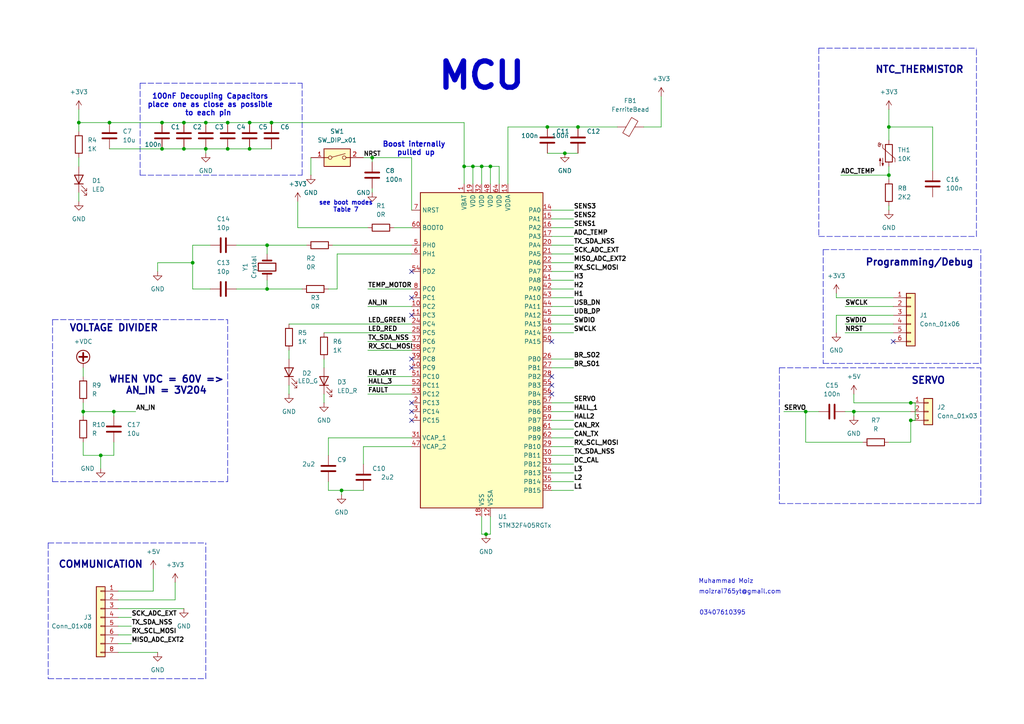
<source format=kicad_sch>
(kicad_sch (version 20231120) (generator "eeschema") (generator_version "8.0")
  (paper "A4")
  (title_block (title "MCU") (date "2025-02-03") (rev "rev01_1") (company "coVenture"))
  (lib_symbols
    (symbol "Connector_Generic:Conn_01x03" (pin_names (offset 1.016) hide)
      (property "Reference" "J" (at 0 5.08 0))
      (property "Value" "Conn_01x03" (at 0 -5.08 0))
      (symbol "Conn_01x03_1_1"
        (rectangle (start -1.27 -2.413) (end 0 -2.667) (stroke (width 0.1524)))
        (rectangle (start -1.27 0.127) (end 0 -0.127) (stroke (width 0.1524)))
        (rectangle (start -1.27 2.667) (end 0 2.413) (stroke (width 0.1524)))
        (rectangle (start -1.27 3.81) (end 1.27 -3.81) (stroke (width 0.254)) (fill (type background)))
        (pin passive line (at -5.08 2.54 0) (length 3.81) (name "Pin_1") (number "1"))
        (pin passive line (at -5.08 0 0) (length 3.81) (name "Pin_2") (number "2"))
        (pin passive line (at -5.08 -2.54 0) (length 3.81) (name "Pin_3") (number "3"))
      )
    )
    (symbol "Connector_Generic:Conn_01x06" (pin_names (offset 1.016) hide)
      (property "Reference" "J" (at 0 7.62 0))
      (property "Value" "Conn_01x06" (at 0 -10.16 0))
      (symbol "Conn_01x06_1_1"
        (rectangle (start -1.27 -7.493) (end 0 -7.747) (stroke (width 0.1524)))
        (rectangle (start -1.27 -4.953) (end 0 -5.207) (stroke (width 0.1524)))
        (rectangle (start -1.27 -2.413) (end 0 -2.667) (stroke (width 0.1524)))
        (rectangle (start -1.27 0.127) (end 0 -0.127) (stroke (width 0.1524)))
        (rectangle (start -1.27 2.667) (end 0 2.413) (stroke (width 0.1524)))
        (rectangle (start -1.27 5.207) (end 0 4.953) (stroke (width 0.1524)))
        (rectangle (start -1.27 6.35) (end 1.27 -8.89) (stroke (width 0.254)) (fill (type background)))
        (pin passive line (at -5.08 5.08 0) (length 3.81) (name "Pin_1") (number "1"))
        (pin passive line (at -5.08 2.54 0) (length 3.81) (name "Pin_2") (number "2"))
        (pin passive line (at -5.08 0 0) (length 3.81) (name "Pin_3") (number "3"))
        (pin passive line (at -5.08 -2.54 0) (length 3.81) (name "Pin_4") (number "4"))
        (pin passive line (at -5.08 -5.08 0) (length 3.81) (name "Pin_5") (number "5"))
        (pin passive line (at -5.08 -7.62 0) (length 3.81) (name "Pin_6") (number "6"))
      )
    )
    (symbol "Connector_Generic:Conn_01x08" (pin_names (offset 1.016) hide)
      (property "Reference" "J" (at 0 10.16 0))
      (property "Value" "Conn_01x08" (at 0 -12.7 0))
      (symbol "Conn_01x08_1_1"
        (rectangle (start -1.27 -10.033) (end 0 -10.287) (stroke (width 0.1524)))
        (rectangle (start -1.27 -7.493) (end 0 -7.747) (stroke (width 0.1524)))
        (rectangle (start -1.27 -4.953) (end 0 -5.207) (stroke (width 0.1524)))
        (rectangle (start -1.27 -2.413) (end 0 -2.667) (stroke (width 0.1524)))
        (rectangle (start -1.27 0.127) (end 0 -0.127) (stroke (width 0.1524)))
        (rectangle (start -1.27 2.667) (end 0 2.413) (stroke (width 0.1524)))
        (rectangle (start -1.27 5.207) (end 0 4.953) (stroke (width 0.1524)))
        (rectangle (start -1.27 7.747) (end 0 7.493) (stroke (width 0.1524)))
        (rectangle (start -1.27 8.89) (end 1.27 -11.43) (stroke (width 0.254)) (fill (type background)))
        (pin passive line (at -5.08 7.62 0) (length 3.81) (name "Pin_1") (number "1"))
        (pin passive line (at -5.08 5.08 0) (length 3.81) (name "Pin_2") (number "2"))
        (pin passive line (at -5.08 2.54 0) (length 3.81) (name "Pin_3") (number "3"))
        (pin passive line (at -5.08 0 0) (length 3.81) (name "Pin_4") (number "4"))
        (pin passive line (at -5.08 -2.54 0) (length 3.81) (name "Pin_5") (number "5"))
        (pin passive line (at -5.08 -5.08 0) (length 3.81) (name "Pin_6") (number "6"))
        (pin passive line (at -5.08 -7.62 0) (length 3.81) (name "Pin_7") (number "7"))
        (pin passive line (at -5.08 -10.16 0) (length 3.81) (name "Pin_8") (number "8"))
      )
    )
    (symbol "Device:C" (pin_numbers hide) (pin_names (offset 0.254))
      (property "Reference" "C" (at 0.635 2.54 0))
      (property "Value" "C" (at 0.635 -2.54 0))
      (symbol "C_0_1"
        (polyline (pts (xy -2.032 -0.762) (xy 2.032 -0.762)) (stroke (width 0.508)))
        (polyline (pts (xy -2.032 0.762) (xy 2.032 0.762)) (stroke (width 0.508)))
      )
      (symbol "C_1_1"
        (pin passive line (at 0 3.81 270) (length 2.794) (name "~") (number "1"))
        (pin passive line (at 0 -3.81 90) (length 2.794) (name "~") (number "2"))
      )
    )
    (symbol "Device:Crystal" (pin_numbers hide) (pin_names (offset 1.016) hide)
      (property "Reference" "Y" (at 0 3.81 0))
      (property "Value" "Crystal" (at 0 -3.81 0))
      (symbol "Crystal_0_1"
        (rectangle (start -1.143 2.54) (end 1.143 -2.54) (stroke (width 0.3048)))
        (polyline (pts (xy -2.54 0) (xy -1.905 0)))
        (polyline (pts (xy -1.905 -1.27) (xy -1.905 1.27)) (stroke (width 0.508)))
        (polyline (pts (xy 1.905 -1.27) (xy 1.905 1.27)) (stroke (width 0.508)))
        (polyline (pts (xy 2.54 0) (xy 1.905 0)))
      )
      (symbol "Crystal_1_1"
        (pin passive line (at -3.81 0 0) (length 1.27) (name "1") (number "1"))
        (pin passive line (at 3.81 0 180) (length 1.27) (name "2") (number "2"))
      )
    )
    (symbol "Device:FerriteBead" (pin_numbers hide) (pin_names (offset 0))
      (property "Reference" "FB" (at -3.81 0.635 90))
      (property "Value" "FerriteBead" (at 3.81 0 90))
      (symbol "FerriteBead_0_1"
        (polyline (pts (xy 0 -1.27) (xy 0 -1.2192)))
        (polyline (pts (xy 0 1.27) (xy 0 1.2954)))
        (polyline (pts (xy -2.7686 0.4064) (xy -1.7018 2.2606) (xy 2.7686 -0.3048) (xy 1.6764 -2.159) (xy -2.7686 0.4064)))
      )
      (symbol "FerriteBead_1_1"
        (pin passive line (at 0 3.81 270) (length 2.54) (name "~") (number "1"))
        (pin passive line (at 0 -3.81 90) (length 2.54) (name "~") (number "2"))
      )
    )
    (symbol "Device:LED" (pin_numbers hide) (pin_names (offset 1.016) hide)
      (property "Reference" "D" (at 0 2.54 0))
      (property "Value" "LED" (at 0 -2.54 0))
      (symbol "LED_0_1"
        (polyline (pts (xy -1.27 -1.27) (xy -1.27 1.27)) (stroke (width 0.254)))
        (polyline (pts (xy -1.27 0) (xy 1.27 0)))
        (polyline (pts (xy 1.27 -1.27) (xy 1.27 1.27) (xy -1.27 0) (xy 1.27 -1.27)) (stroke (width 0.254)))
        (polyline (pts (xy -3.048 -0.762) (xy -4.572 -2.286) (xy -3.81 -2.286) (xy -4.572 -2.286) (xy -4.572 -1.524)))
        (polyline (pts (xy -1.778 -0.762) (xy -3.302 -2.286) (xy -2.54 -2.286) (xy -3.302 -2.286) (xy -3.302 -1.524)))
      )
      (symbol "LED_1_1"
        (pin passive line (at -3.81 0 0) (length 2.54) (name "K") (number "1"))
        (pin passive line (at 3.81 0 180) (length 2.54) (name "A") (number "2"))
      )
    )
    (symbol "Device:R" (pin_numbers hide) (pin_names (offset 0))
      (property "Reference" "R" (at 2.032 0 90))
      (property "Value" "R" (at 0 0 90))
      (symbol "R_0_1"
        (rectangle (start -1.016 -2.54) (end 1.016 2.54) (stroke (width 0.254)))
      )
      (symbol "R_1_1"
        (pin passive line (at 0 3.81 270) (length 1.27) (name "~") (number "1"))
        (pin passive line (at 0 -3.81 90) (length 1.27) (name "~") (number "2"))
      )
    )
    (symbol "Device:Thermistor_NTC" (pin_numbers hide) (pin_names (offset 0))
      (property "Reference" "TH" (at -4.445 0 90))
      (property "Value" "Thermistor_NTC" (at 3.175 0 90))
      (symbol "Thermistor_NTC_0_1"
        (arc (start -3.048 2.159) (mid -3.0495 2.3143) (end -3.175 2.413))
        (arc (start -3.048 2.159) (mid -2.9736 1.9794) (end -2.794 1.905))
        (arc (start -3.048 2.794) (mid -2.9736 2.6144) (end -2.794 2.54))
        (arc (start -2.794 1.905) (mid -2.6144 1.9794) (end -2.54 2.159))
        (arc (start -2.794 2.54) (mid -2.4393 2.5587) (end -2.159 2.794))
        (arc (start -2.794 3.048) (mid -2.9736 2.9736) (end -3.048 2.794))
        (arc (start -2.54 2.794) (mid -2.6144 2.9736) (end -2.794 3.048))
        (rectangle (start -1.016 2.54) (end 1.016 -2.54) (stroke (width 0.254)))
        (polyline (pts (xy -2.54 2.159) (xy -2.54 2.794)))
        (polyline (pts (xy -1.778 2.54) (xy -1.778 1.524) (xy 1.778 -1.524) (xy 1.778 -2.54)))
        (polyline (pts (xy -2.54 -3.683) (xy -2.54 -1.397) (xy -2.794 -2.159) (xy -2.286 -2.159) (xy -2.54 -1.397) (xy -2.54 -1.651)) (fill (type outline)))
        (polyline (pts (xy -1.778 -1.397) (xy -1.778 -3.683) (xy -2.032 -2.921) (xy -1.524 -2.921) (xy -1.778 -3.683) (xy -1.778 -3.429)) (fill (type outline)))
      )
      (symbol "Thermistor_NTC_1_1"
        (pin passive line (at 0 3.81 270) (length 1.27) (name "~") (number "1"))
        (pin passive line (at 0 -3.81 90) (length 1.27) (name "~") (number "2"))
      )
    )
    (symbol "MCU_ST_STM32F4:STM32F405RGTx"
      (property "Reference" "U" (at -17.78 46.99 0))
      (property "Value" "STM32F405RGTx" (at 10.16 46.99 0))
      (symbol "STM32F405RGTx_0_1"
        (rectangle (start -17.78 -45.72) (end 17.78 45.72) (stroke (width 0.254)) (fill (type background)))
      )
      (symbol "STM32F405RGTx_1_1"
        (pin power_in line (at -5.08 48.26 270) (length 2.54) (name "VBAT") (number "1"))
        (pin bidirectional line (at -20.32 12.7 0) (length 2.54) (name "PC2") (number "10"))
        (pin bidirectional line (at -20.32 10.16 0) (length 2.54) (name "PC3") (number "11"))
        (pin power_in line (at 2.54 -48.26 90) (length 2.54) (name "VSSA") (number "12"))
        (pin power_in line (at 7.62 48.26 270) (length 2.54) (name "VDDA") (number "13"))
        (pin bidirectional line (at 20.32 40.64 180) (length 2.54) (name "PA0") (number "14"))
        (pin bidirectional line (at 20.32 38.1 180) (length 2.54) (name "PA1") (number "15"))
        (pin bidirectional line (at 20.32 35.56 180) (length 2.54) (name "PA2") (number "16"))
        (pin bidirectional line (at 20.32 33.02 180) (length 2.54) (name "PA3") (number "17"))
        (pin power_in line (at 0 -48.26 90) (length 2.54) (name "VSS") (number "18"))
        (pin power_in line (at -2.54 48.26 270) (length 2.54) (name "VDD") (number "19"))
        (pin bidirectional line (at -20.32 -15.24 0) (length 2.54) (name "PC13") (number "2"))
        (pin bidirectional line (at 20.32 30.48 180) (length 2.54) (name "PA4") (number "20"))
        (pin bidirectional line (at 20.32 27.94 180) (length 2.54) (name "PA5") (number "21"))
        (pin bidirectional line (at 20.32 25.4 180) (length 2.54) (name "PA6") (number "22"))
        (pin bidirectional line (at 20.32 22.86 180) (length 2.54) (name "PA7") (number "23"))
        (pin bidirectional line (at -20.32 7.62 0) (length 2.54) (name "PC4") (number "24"))
        (pin bidirectional line (at -20.32 5.08 0) (length 2.54) (name "PC5") (number "25"))
        (pin bidirectional line (at 20.32 -2.54 180) (length 2.54) (name "PB0") (number "26"))
        (pin bidirectional line (at 20.32 -5.08 180) (length 2.54) (name "PB1") (number "27"))
        (pin bidirectional line (at 20.32 -7.62 180) (length 2.54) (name "PB2") (number "28"))
        (pin bidirectional line (at 20.32 -27.94 180) (length 2.54) (name "PB10") (number "29"))
        (pin bidirectional line (at -20.32 -17.78 0) (length 2.54) (name "PC14") (number "3"))
        (pin bidirectional line (at 20.32 -30.48 180) (length 2.54) (name "PB11") (number "30"))
        (pin power_out line (at -20.32 -25.4 0) (length 2.54) (name "VCAP_1") (number "31"))
        (pin power_in line (at 0 48.26 270) (length 2.54) (name "VDD") (number "32"))
        (pin bidirectional line (at 20.32 -33.02 180) (length 2.54) (name "PB12") (number "33"))
        (pin bidirectional line (at 20.32 -35.56 180) (length 2.54) (name "PB13") (number "34"))
        (pin bidirectional line (at 20.32 -38.1 180) (length 2.54) (name "PB14") (number "35"))
        (pin bidirectional line (at 20.32 -40.64 180) (length 2.54) (name "PB15") (number "36"))
        (pin bidirectional line (at -20.32 2.54 0) (length 2.54) (name "PC6") (number "37"))
        (pin bidirectional line (at -20.32 0 0) (length 2.54) (name "PC7") (number "38"))
        (pin bidirectional line (at -20.32 -2.54 0) (length 2.54) (name "PC8") (number "39"))
        (pin bidirectional line (at -20.32 -20.32 0) (length 2.54) (name "PC15") (number "4"))
        (pin bidirectional line (at -20.32 -5.08 0) (length 2.54) (name "PC9") (number "40"))
        (pin bidirectional line (at 20.32 20.32 180) (length 2.54) (name "PA8") (number "41"))
        (pin bidirectional line (at 20.32 17.78 180) (length 2.54) (name "PA9") (number "42"))
        (pin bidirectional line (at 20.32 15.24 180) (length 2.54) (name "PA10") (number "43"))
        (pin bidirectional line (at 20.32 12.7 180) (length 2.54) (name "PA11") (number "44"))
        (pin bidirectional line (at 20.32 10.16 180) (length 2.54) (name "PA12") (number "45"))
        (pin bidirectional line (at 20.32 7.62 180) (length 2.54) (name "PA13") (number "46"))
        (pin power_out line (at -20.32 -27.94 0) (length 2.54) (name "VCAP_2") (number "47"))
        (pin power_in line (at 2.54 48.26 270) (length 2.54) (name "VDD") (number "48"))
        (pin bidirectional line (at 20.32 5.08 180) (length 2.54) (name "PA14") (number "49"))
        (pin bidirectional line (at -20.32 30.48 0) (length 2.54) (name "PH0") (number "5"))
        (pin bidirectional line (at 20.32 2.54 180) (length 2.54) (name "PA15") (number "50"))
        (pin bidirectional line (at -20.32 -7.62 0) (length 2.54) (name "PC10") (number "51"))
        (pin bidirectional line (at -20.32 -10.16 0) (length 2.54) (name "PC11") (number "52"))
        (pin bidirectional line (at -20.32 -12.7 0) (length 2.54) (name "PC12") (number "53"))
        (pin bidirectional line (at -20.32 22.86 0) (length 2.54) (name "PD2") (number "54"))
        (pin bidirectional line (at 20.32 -10.16 180) (length 2.54) (name "PB3") (number "55"))
        (pin bidirectional line (at 20.32 -12.7 180) (length 2.54) (name "PB4") (number "56"))
        (pin bidirectional line (at 20.32 -15.24 180) (length 2.54) (name "PB5") (number "57"))
        (pin bidirectional line (at 20.32 -17.78 180) (length 2.54) (name "PB6") (number "58"))
        (pin bidirectional line (at 20.32 -20.32 180) (length 2.54) (name "PB7") (number "59"))
        (pin bidirectional line (at -20.32 27.94 0) (length 2.54) (name "PH1") (number "6"))
        (pin input line (at -20.32 35.56 0) (length 2.54) (name "BOOT0") (number "60"))
        (pin bidirectional line (at 20.32 -22.86 180) (length 2.54) (name "PB8") (number "61"))
        (pin bidirectional line (at 20.32 -25.4 180) (length 2.54) (name "PB9") (number "62"))
        (pin passive line (at 0 -48.26 90) (length 2.54) hide (name "VSS") (number "63"))
        (pin power_in line (at 5.08 48.26 270) (length 2.54) (name "VDD") (number "64"))
        (pin input line (at -20.32 40.64 0) (length 2.54) (name "NRST") (number "7"))
        (pin bidirectional line (at -20.32 17.78 0) (length 2.54) (name "PC0") (number "8"))
        (pin bidirectional line (at -20.32 15.24 0) (length 2.54) (name "PC1") (number "9"))
      )
    )
    (symbol "Switch:SW_DIP_x01" (pin_names (offset 0) hide)
      (property "Reference" "SW" (at 0 3.81 0))
      (property "Value" "SW_DIP_x01" (at 0 -3.81 0))
      (symbol "SW_DIP_x01_0_0"
        (circle (center -2.032 0) (radius 0.508))
        (polyline (pts (xy -1.524 0.127) (xy 2.3622 1.1684)))
        (circle (center 2.032 0) (radius 0.508))
      )
      (symbol "SW_DIP_x01_0_1"
        (rectangle (start -3.81 2.54) (end 3.81 -2.54) (stroke (width 0.254)) (fill (type background)))
      )
      (symbol "SW_DIP_x01_1_1"
        (pin passive line (at -7.62 0 0) (length 5.08) (name "~") (number "1"))
        (pin passive line (at 7.62 0 180) (length 5.08) (name "~") (number "2"))
      )
    )
    (symbol "power:+3V3" (power) (pin_numbers hide) (pin_names (offset 0) hide)
      (property "Value" "+3V3" (at 0 3.556 0))
      (symbol "+3V3_0_1"
        (polyline (pts (xy -0.762 1.27) (xy 0 2.54)))
        (polyline (pts (xy 0 0) (xy 0 2.54)))
        (polyline (pts (xy 0 2.54) (xy 0.762 1.27)))
      )
      (symbol "+3V3_1_1"
        (pin power_in line (at 0 0 90) (length 0) (name "~") (number "1"))
      )
    )
    (symbol "power:+5V" (power) (pin_numbers hide) (pin_names (offset 0) hide)
      (property "Value" "+5V" (at 0 3.556 0))
      (symbol "+5V_0_1"
        (polyline (pts (xy -0.762 1.27) (xy 0 2.54)))
        (polyline (pts (xy 0 0) (xy 0 2.54)))
        (polyline (pts (xy 0 2.54) (xy 0.762 1.27)))
      )
      (symbol "+5V_1_1"
        (pin power_in line (at 0 0 90) (length 0) (name "~") (number "1"))
      )
    )
    (symbol "power:+VDC" (power) (pin_numbers hide) (pin_names (offset 0) hide)
      (property "Value" "+VDC" (at 0 6.35 0))
      (symbol "+VDC_0_1"
        (polyline (pts (xy -1.143 3.175) (xy 1.143 3.175)) (stroke (width 0.508)))
        (polyline (pts (xy 0 0) (xy 0 1.27)))
        (polyline (pts (xy 0 2.032) (xy 0 4.318)) (stroke (width 0.508)))
        (circle (center 0 3.175) (radius 1.905) (stroke (width 0.254)))
      )
      (symbol "+VDC_1_1"
        (pin power_in line (at 0 0 90) (length 0) (name "~") (number "1"))
      )
    )
    (symbol "power:GND" (power) (pin_numbers hide) (pin_names (offset 0) hide)
      (property "Value" "GND" (at 0 -3.81 0))
      (symbol "GND_0_1"
        (polyline (pts (xy 0 0) (xy 0 -1.27) (xy 1.27 -1.27) (xy 0 -2.54) (xy -1.27 -1.27) (xy 0 -1.27)))
      )
      (symbol "GND_1_1"
        (pin power_in line (at 0 0 270) (length 0) (name "~") (number "1"))
      )
    )
  )
  (junction (at 264.16 121.92))
  (junction (at 59.69 43.18))
  (junction (at 264.16 116.84))
  (junction (at 167.64 36.83))
  (junction (at 140.97 154.94))
  (junction (at 107.95 45.72))
  (junction (at 257.81 50.8))
  (junction (at 22.86 35.56))
  (junction (at 46.99 35.56))
  (junction (at 72.39 35.56))
  (junction (at 257.81 36.83))
  (junction (at 77.47 71.12))
  (junction (at 99.06 142.24))
  (junction (at 77.47 83.82))
  (junction (at 66.04 35.56))
  (junction (at 66.04 43.18))
  (junction (at 24.13 119.38))
  (junction (at 134.62 48.26))
  (junction (at 31.75 35.56))
  (junction (at 53.34 43.18))
  (junction (at 33.02 119.38))
  (junction (at 142.24 48.26))
  (junction (at 29.21 132.08))
  (junction (at 137.16 48.26))
  (junction (at 72.39 43.18))
  (junction (at 46.99 43.18))
  (junction (at 53.34 35.56))
  (junction (at 59.69 35.56))
  (junction (at 233.68 119.38))
  (junction (at 163.83 44.45))
  (junction (at 247.65 119.38))
  (junction (at 78.74 35.56))
  (junction (at 139.7 48.26))
  (junction (at 158.75 36.83))
  (junction (at 55.88 76.2))
  (no_connect (at 119.38 86.36))
  (no_connect (at 119.38 106.68))
  (no_connect (at 119.38 91.44))
  (no_connect (at 119.38 78.74))
  (no_connect (at 160.02 114.3))
  (no_connect (at 119.38 116.84))
  (no_connect (at 259.08 99.06))
  (no_connect (at 119.38 121.92))
  (no_connect (at 119.38 104.14))
  (no_connect (at 160.02 111.76))
  (no_connect (at 160.02 109.22))
  (no_connect (at 160.02 99.06))
  (no_connect (at 119.38 119.38))
  (wire (pts (xy 137.16 53.34) (xy 137.16 48.26)))
  (wire (pts (xy 233.68 119.38) (xy 237.49 119.38)))
  (wire (pts (xy 60.96 71.12) (xy 55.88 71.12)))
  (wire (pts (xy 77.47 81.28) (xy 77.47 83.82)))
  (wire (pts (xy 22.86 35.56) (xy 22.86 38.1)))
  (wire (pts (xy 50.8 168.91) (xy 50.8 173.99)))
  (wire (pts (xy 160.02 132.08) (xy 166.37 132.08)))
  (wire (pts (xy 179.07 36.83) (xy 167.64 36.83)))
  (wire (pts (xy 86.36 58.42) (xy 86.36 66.04)))
  (wire (pts (xy 242.57 91.44) (xy 259.08 91.44)))
  (polyline (pts (xy 226.06 106.68) (xy 284.48 106.68)) (stroke (width 0) (type dash)))
  (wire (pts (xy 114.3 66.04) (xy 119.38 66.04)))
  (wire (pts (xy 160.02 106.68) (xy 166.37 106.68)))
  (polyline (pts (xy 40.64 24.13) (xy 40.64 50.8)) (stroke (width 0) (type dash)))
  (wire (pts (xy 139.7 48.26) (xy 139.7 53.34)))
  (wire (pts (xy 139.7 48.26) (xy 142.24 48.26)))
  (wire (pts (xy 247.65 114.3) (xy 247.65 116.84)))
  (wire (pts (xy 59.69 35.56) (xy 66.04 35.56)))
  (wire (pts (xy 95.25 127) (xy 95.25 132.08)))
  (wire (pts (xy 24.13 128.27) (xy 24.13 132.08)))
  (wire (pts (xy 160.02 137.16) (xy 166.37 137.16)))
  (wire (pts (xy 97.79 83.82) (xy 97.79 73.66)))
  (wire (pts (xy 90.17 50.8) (xy 90.17 45.72)))
  (polyline (pts (xy 13.97 157.48) (xy 59.69 157.48)) (stroke (width 0) (type dash)))
  (wire (pts (xy 134.62 35.56) (xy 134.62 48.26)))
  (polyline (pts (xy 40.64 24.13) (xy 87.63 24.13)) (stroke (width 0) (type dash)))
  (wire (pts (xy 105.41 129.54) (xy 105.41 134.62)))
  (wire (pts (xy 242.57 96.52) (xy 242.57 91.44)))
  (wire (pts (xy 160.02 121.92) (xy 166.37 121.92)))
  (wire (pts (xy 119.38 45.72) (xy 119.38 60.96)))
  (wire (pts (xy 95.25 139.7) (xy 95.25 142.24)))
  (wire (pts (xy 160.02 119.38) (xy 166.37 119.38)))
  (wire (pts (xy 160.02 104.14) (xy 166.37 104.14)))
  (wire (pts (xy 77.47 83.82) (xy 87.63 83.82)))
  (wire (pts (xy 160.02 139.7) (xy 166.37 139.7)))
  (wire (pts (xy 34.29 179.07) (xy 38.1 179.07)))
  (wire (pts (xy 160.02 127) (xy 166.37 127)))
  (wire (pts (xy 83.82 111.76) (xy 83.82 114.3)))
  (wire (pts (xy 22.86 45.72) (xy 22.86 48.26)))
  (wire (pts (xy 160.02 63.5) (xy 166.37 63.5)))
  (wire (pts (xy 119.38 129.54) (xy 105.41 129.54)))
  (wire (pts (xy 160.02 88.9) (xy 166.37 88.9)))
  (wire (pts (xy 55.88 71.12) (xy 55.88 76.2)))
  (polyline (pts (xy 13.97 157.48) (xy 13.97 196.85)) (stroke (width 0) (type dash)))
  (wire (pts (xy 227.33 119.38) (xy 233.68 119.38)))
  (wire (pts (xy 59.69 43.18) (xy 59.69 44.45)))
  (wire (pts (xy 93.98 104.14) (xy 93.98 106.68)))
  (wire (pts (xy 34.29 171.45) (xy 44.45 171.45)))
  (wire (pts (xy 93.98 114.3) (xy 93.98 116.84)))
  (wire (pts (xy 106.68 99.06) (xy 119.38 99.06)))
  (wire (pts (xy 247.65 116.84) (xy 264.16 116.84)))
  (wire (pts (xy 137.16 48.26) (xy 139.7 48.26)))
  (wire (pts (xy 142.24 48.26) (xy 142.24 53.34)))
  (wire (pts (xy 95.25 83.82) (xy 97.79 83.82)))
  (wire (pts (xy 93.98 96.52) (xy 119.38 96.52)))
  (wire (pts (xy 99.06 142.24) (xy 105.41 142.24)))
  (wire (pts (xy 264.16 121.92) (xy 265.43 121.92)))
  (polyline (pts (xy 40.64 50.8) (xy 87.63 50.8)) (stroke (width 0) (type dash)))
  (wire (pts (xy 34.29 181.61) (xy 38.1 181.61)))
  (wire (pts (xy 72.39 43.18) (xy 78.74 43.18)))
  (wire (pts (xy 29.21 132.08) (xy 29.21 135.89)))
  (wire (pts (xy 33.02 132.08) (xy 33.02 128.27)))
  (wire (pts (xy 147.32 36.83) (xy 158.75 36.83)))
  (wire (pts (xy 66.04 43.18) (xy 72.39 43.18)))
  (wire (pts (xy 270.51 49.53) (xy 270.51 36.83)))
  (wire (pts (xy 245.11 88.9) (xy 259.08 88.9)))
  (wire (pts (xy 77.47 83.82) (xy 68.58 83.82)))
  (wire (pts (xy 55.88 83.82) (xy 60.96 83.82)))
  (wire (pts (xy 250.19 128.27) (xy 233.68 128.27)))
  (polyline (pts (xy 15.24 92.71) (xy 66.04 92.71)) (stroke (width 0) (type dash)))
  (wire (pts (xy 163.83 44.45) (xy 167.64 44.45)))
  (wire (pts (xy 147.32 36.83) (xy 147.32 53.34)))
  (wire (pts (xy 242.57 85.09) (xy 242.57 86.36)))
  (wire (pts (xy 245.11 96.52) (xy 259.08 96.52)))
  (wire (pts (xy 257.81 40.64) (xy 257.81 36.83)))
  (wire (pts (xy 83.82 101.6) (xy 83.82 104.14)))
  (wire (pts (xy 134.62 53.34) (xy 134.62 48.26)))
  (wire (pts (xy 139.7 149.86) (xy 139.7 154.94)))
  (wire (pts (xy 257.81 128.27) (xy 264.16 128.27)))
  (wire (pts (xy 53.34 35.56) (xy 59.69 35.56)))
  (wire (pts (xy 45.72 78.74) (xy 45.72 76.2)))
  (wire (pts (xy 29.21 132.08) (xy 33.02 132.08)))
  (wire (pts (xy 96.52 71.12) (xy 119.38 71.12)))
  (wire (pts (xy 160.02 96.52) (xy 166.37 96.52)))
  (wire (pts (xy 53.34 43.18) (xy 59.69 43.18)))
  (wire (pts (xy 95.25 142.24) (xy 99.06 142.24)))
  (wire (pts (xy 107.95 46.99) (xy 107.95 45.72)))
  (wire (pts (xy 45.72 76.2) (xy 55.88 76.2)))
  (wire (pts (xy 160.02 81.28) (xy 166.37 81.28)))
  (wire (pts (xy 34.29 186.69) (xy 38.1 186.69)))
  (polyline (pts (xy 284.48 105.41) (xy 284.48 72.39)) (stroke (width 0) (type dash)))
  (polyline (pts (xy 237.49 13.97) (xy 237.49 68.58)) (stroke (width 0) (type dash)))
  (wire (pts (xy 95.25 127) (xy 119.38 127)))
  (wire (pts (xy 34.29 189.23) (xy 45.72 189.23)))
  (polyline (pts (xy 59.69 196.85) (xy 59.69 157.48)) (stroke (width 0) (type dash)))
  (wire (pts (xy 160.02 134.62) (xy 166.37 134.62)))
  (wire (pts (xy 160.02 93.98) (xy 166.37 93.98)))
  (wire (pts (xy 44.45 171.45) (xy 44.45 165.1)))
  (wire (pts (xy 72.39 35.56) (xy 78.74 35.56)))
  (wire (pts (xy 24.13 106.68) (xy 24.13 109.22)))
  (wire (pts (xy 106.68 114.3) (xy 119.38 114.3)))
  (wire (pts (xy 33.02 119.38) (xy 39.37 119.38)))
  (wire (pts (xy 106.68 101.6) (xy 119.38 101.6)))
  (wire (pts (xy 270.51 36.83) (xy 257.81 36.83)))
  (polyline (pts (xy 238.76 72.39) (xy 238.76 105.41)) (stroke (width 0) (type dash)))
  (wire (pts (xy 86.36 66.04) (xy 106.68 66.04)))
  (wire (pts (xy 34.29 184.15) (xy 38.1 184.15)))
  (wire (pts (xy 55.88 76.2) (xy 55.88 83.82)))
  (wire (pts (xy 144.78 48.26) (xy 144.78 53.34)))
  (wire (pts (xy 46.99 35.56) (xy 53.34 35.56)))
  (wire (pts (xy 160.02 86.36) (xy 166.37 86.36)))
  (polyline (pts (xy 237.49 68.58) (xy 283.21 68.58)) (stroke (width 0) (type dash)))
  (wire (pts (xy 31.75 43.18) (xy 46.99 43.18)))
  (wire (pts (xy 160.02 116.84) (xy 166.37 116.84)))
  (wire (pts (xy 83.82 93.98) (xy 119.38 93.98)))
  (wire (pts (xy 22.86 35.56) (xy 31.75 35.56)))
  (wire (pts (xy 142.24 48.26) (xy 144.78 48.26)))
  (wire (pts (xy 257.81 59.69) (xy 257.81 60.96)))
  (wire (pts (xy 160.02 73.66) (xy 166.37 73.66)))
  (wire (pts (xy 160.02 91.44) (xy 166.37 91.44)))
  (wire (pts (xy 46.99 43.18) (xy 53.34 43.18)))
  (wire (pts (xy 233.68 128.27) (xy 233.68 119.38)))
  (wire (pts (xy 160.02 60.96) (xy 166.37 60.96)))
  (wire (pts (xy 142.24 154.94) (xy 142.24 149.86)))
  (wire (pts (xy 33.02 120.65) (xy 33.02 119.38)))
  (wire (pts (xy 160.02 68.58) (xy 166.37 68.58)))
  (polyline (pts (xy 66.04 139.7) (xy 66.04 92.71)) (stroke (width 0) (type dash)))
  (wire (pts (xy 105.41 45.72) (xy 107.95 45.72)))
  (wire (pts (xy 50.8 173.99) (xy 34.29 173.99)))
  (wire (pts (xy 247.65 119.38) (xy 264.16 119.38)))
  (wire (pts (xy 33.02 119.38) (xy 24.13 119.38)))
  (wire (pts (xy 160.02 78.74) (xy 166.37 78.74)))
  (wire (pts (xy 24.13 116.84) (xy 24.13 119.38)))
  (wire (pts (xy 160.02 66.04) (xy 166.37 66.04)))
  (wire (pts (xy 264.16 121.92) (xy 264.16 128.27)))
  (polyline (pts (xy 226.06 146.05) (xy 284.48 146.05)) (stroke (width 0) (type dash)))
  (wire (pts (xy 22.86 55.88) (xy 22.86 58.42)))
  (wire (pts (xy 247.65 120.65) (xy 247.65 119.38)))
  (polyline (pts (xy 226.06 106.68) (xy 226.06 146.05)) (stroke (width 0) (type dash)))
  (polyline (pts (xy 283.21 68.58) (xy 283.21 13.97)) (stroke (width 0) (type dash)))
  (wire (pts (xy 22.86 31.75) (xy 22.86 35.56)))
  (polyline (pts (xy 87.63 50.8) (xy 87.63 24.13)) (stroke (width 0) (type dash)))
  (polyline (pts (xy 237.49 13.97) (xy 283.21 13.97)) (stroke (width 0) (type dash)))
  (wire (pts (xy 59.69 43.18) (xy 66.04 43.18)))
  (wire (pts (xy 160.02 76.2) (xy 166.37 76.2)))
  (wire (pts (xy 106.68 109.22) (xy 119.38 109.22)))
  (wire (pts (xy 34.29 176.53) (xy 53.34 176.53)))
  (wire (pts (xy 245.11 93.98) (xy 259.08 93.98)))
  (wire (pts (xy 24.13 119.38) (xy 24.13 120.65)))
  (wire (pts (xy 106.68 111.76) (xy 119.38 111.76)))
  (wire (pts (xy 242.57 86.36) (xy 259.08 86.36)))
  (wire (pts (xy 107.95 55.88) (xy 107.95 54.61)))
  (wire (pts (xy 264.16 116.84) (xy 265.43 116.84)))
  (wire (pts (xy 106.68 88.9) (xy 119.38 88.9)))
  (wire (pts (xy 265.43 121.92) (xy 265.43 116.84)))
  (wire (pts (xy 243.84 50.8) (xy 257.81 50.8)))
  (wire (pts (xy 160.02 71.12) (xy 166.37 71.12)))
  (wire (pts (xy 106.68 83.82) (xy 119.38 83.82)))
  (wire (pts (xy 245.11 119.38) (xy 247.65 119.38)))
  (wire (pts (xy 191.77 36.83) (xy 186.69 36.83)))
  (polyline (pts (xy 238.76 72.39) (xy 284.48 72.39)) (stroke (width 0) (type dash)))
  (wire (pts (xy 97.79 73.66) (xy 119.38 73.66)))
  (wire (pts (xy 158.75 36.83) (xy 167.64 36.83)))
  (polyline (pts (xy 15.24 92.71) (xy 15.24 139.7)) (stroke (width 0) (type dash)))
  (wire (pts (xy 257.81 36.83) (xy 257.81 31.75)))
  (wire (pts (xy 257.81 48.26) (xy 257.81 50.8)))
  (wire (pts (xy 77.47 73.66) (xy 77.47 71.12)))
  (wire (pts (xy 77.47 71.12) (xy 68.58 71.12)))
  (wire (pts (xy 140.97 154.94) (xy 142.24 154.94)))
  (polyline (pts (xy 13.97 196.85) (xy 59.69 196.85)) (stroke (width 0) (type dash)))
  (wire (pts (xy 107.95 45.72) (xy 119.38 45.72)))
  (wire (pts (xy 31.75 35.56) (xy 46.99 35.56)))
  (wire (pts (xy 77.47 71.12) (xy 88.9 71.12)))
  (wire (pts (xy 160.02 142.24) (xy 166.37 142.24)))
  (wire (pts (xy 158.75 44.45) (xy 163.83 44.45)))
  (wire (pts (xy 191.77 27.94) (xy 191.77 36.83)))
  (wire (pts (xy 66.04 35.56) (xy 72.39 35.56)))
  (wire (pts (xy 78.74 35.56) (xy 134.62 35.56)))
  (wire (pts (xy 160.02 83.82) (xy 166.37 83.82)))
  (wire (pts (xy 257.81 50.8) (xy 257.81 52.07)))
  (polyline (pts (xy 284.48 146.05) (xy 284.48 106.68)) (stroke (width 0) (type dash)))
  (wire (pts (xy 160.02 124.46) (xy 166.37 124.46)))
  (wire (pts (xy 24.13 132.08) (xy 29.21 132.08)))
  (wire (pts (xy 160.02 129.54) (xy 166.37 129.54)))
  (polyline (pts (xy 15.24 139.7) (xy 66.04 139.7)) (stroke (width 0) (type dash)))
  (wire (pts (xy 139.7 154.94) (xy 140.97 154.94)))
  (polyline (pts (xy 238.76 105.41) (xy 284.48 105.41)) (stroke (width 0) (type dash)))
  (wire (pts (xy 99.06 142.24) (xy 99.06 143.51)))
  (wire (pts (xy 134.62 48.26) (xy 137.16 48.26)))
  (text "Muhammad Moiz\n" (at 210.566 168.656 0) (effects (font (size 1.27 1.27))))
  (text "NTC_THERMISTOR\n" (at 266.7 20.32 0) (effects (font (size 2 2) (thickness 0.4) (bold yes))))
  (text "COMMUNICATION\n" (at 29.21 163.83 0) (effects (font (size 2 2) (thickness 0.4) (bold yes))))
  (text "100nF Decoupling Capacitors\nplace one as close as possible\nto each pin " (at 60.96 30.48 0) (effects (font (size 1.5 1.5) (thickness 0.3) (bold yes))))
  (text "see boot modes\nTable 7\n\n" (at 100.33 60.96 0) (effects (font (size 1.27 1.27) (thickness 0.254) (bold yes))))
  (text "MCU" (at 139.7 22.098 0) (effects (font (size 7.62 7.62) (thickness 1.524) (bold yes))))
  (text "03407610395\n" (at 209.55 177.8 0) (effects (font (size 1.27 1.27))))
  (text "WHEN VDC = 60V =>\nAN_IN = 3V204" (at 48.26 111.76 0) (effects (font (size 2 2) (thickness 0.4) (bold yes))))
  (text "VOLTAGE DIVIDER\n" (at 33.02 95.25 0) (effects (font (size 2 2) (thickness 0.4) (bold yes))))
  (text "Boost internally \npulled up" (at 120.65 43.18 0) (effects (font (size 1.5 1.5) (thickness 0.3) (bold yes))))
  (text "SERVO\n" (at 269.24 110.49 0) (effects (font (size 2 2) (thickness 0.4) (bold yes))))
  (text "Programming/Debug" (at 266.7 76.2 0) (effects (font (size 2 2) (thickness 0.4) (bold yes))))
  (text "moizrai765yt@gmail.com\n" (at 214.63 171.704 0) (effects (font (size 1.27 1.27))))
  (label "LED_GREEN" (at 106.68 93.98 0) (effects (font (size 1.3 1.3) (thickness 0.26) (bold yes))))
  (label "H2" (at 166.37 83.82 0) (effects (font (size 1.3 1.3) (thickness 0.26) (bold yes))))
  (label "SWCLK" (at 245.11 88.9 0) (effects (font (size 1.3 1.3) (thickness 0.26) (bold yes))))
  (label "UDB_DP" (at 166.37 91.44 0) (effects (font (size 1.3 1.3) (thickness 0.26) (bold yes))))
  (label "RX_SCL_MOSI" (at 38.1 184.15 0) (effects (font (size 1.3 1.3) (thickness 0.26) (bold yes))))
  (label "ADC_TEMP" (at 243.84 50.8 0) (effects (font (size 1.3 1.3) (thickness 0.26) (bold yes))))
  (label "USB_DN" (at 166.37 88.9 0) (effects (font (size 1.3 1.3) (thickness 0.26) (bold yes))))
  (label "BR_SO1" (at 166.37 106.68 0) (effects (font (size 1.3 1.3) (thickness 0.26) (bold yes))))
  (label "NRST" (at 105.41 45.72 0) (effects (font (thickness 0.254) (bold yes))))
  (label "TX_SDA_NSS" (at 38.1 181.61 0) (effects (font (size 1.3 1.3) (thickness 0.26) (bold yes))))
  (label "ADC_TEMP" (at 166.37 68.58 0) (effects (font (size 1.3 1.3) (thickness 0.26) (bold yes))))
  (label "MISO_ADC_EXT2" (at 38.1 186.69 0) (effects (font (size 1.3 1.3) (thickness 0.26) (bold yes))))
  (label "BR_SO2" (at 166.37 104.14 0) (effects (font (size 1.3 1.3) (thickness 0.26) (bold yes))))
  (label "L3" (at 166.37 137.16 0) (effects (font (size 1.3 1.3) (thickness 0.26) (bold yes))))
  (label "L2" (at 166.37 139.7 0) (effects (font (size 1.3 1.3) (thickness 0.26) (bold yes))))
  (label "SWDIO" (at 245.11 93.98 0) (effects (font (size 1.3 1.3) (thickness 0.26) (bold yes))))
  (label "TX_SDA_NSS" (at 106.68 99.06 0) (effects (font (size 1.3 1.3) (thickness 0.26) (bold yes))))
  (label "HALL2" (at 166.37 121.92 0) (effects (font (size 1.3 1.3) (thickness 0.26) (bold yes))))
  (label "SERVO" (at 166.37 116.84 0) (effects (font (size 1.3 1.3) (thickness 0.26) (bold yes))))
  (label "SENS2" (at 166.37 63.5 0) (effects (font (size 1.3 1.3) (thickness 0.26) (bold yes))))
  (label "TX_SDA_NSS" (at 166.37 132.08 0) (effects (font (size 1.3 1.3) (thickness 0.26) (bold yes))))
  (label "SCK_ADC_EXT" (at 166.37 73.66 0) (effects (font (size 1.3 1.3) (thickness 0.26) (bold yes))))
  (label "SENS3" (at 166.37 60.96 0) (effects (font (size 1.3 1.3) (thickness 0.26) (bold yes))))
  (label "MISO_ADC_EXT2" (at 166.37 76.2 0) (effects (font (size 1.3 1.3) (thickness 0.26) (bold yes))))
  (label "SENS1" (at 166.37 66.04 0) (effects (font (size 1.3 1.3) (thickness 0.26) (bold yes))))
  (label "AN_IN" (at 106.68 88.9 0) (effects (font (size 1.3 1.3) (thickness 0.26) (bold yes))))
  (label "AN_IN" (at 39.37 119.38 0) (effects (font (size 1.3 1.3) (thickness 0.26) (bold yes))))
  (label "SWCLK" (at 166.37 96.52 0) (effects (font (size 1.3 1.3) (thickness 0.26) (bold yes))))
  (label "TEMP_MOTOR" (at 106.68 83.82 0) (effects (font (size 1.3 1.3) (thickness 0.26) (bold yes))))
  (label "CAN_TX" (at 166.37 127 0) (effects (font (size 1.3 1.3) (thickness 0.26) (bold yes))))
  (label "FAULT" (at 106.68 114.3 0) (effects (font (size 1.3 1.3) (thickness 0.26) (bold yes))))
  (label "LED_RED" (at 106.68 96.52 0) (effects (font (size 1.3 1.3) (thickness 0.26) (bold yes))))
  (label "H3" (at 166.37 81.28 0) (effects (font (size 1.3 1.3) (thickness 0.26) (bold yes))))
  (label "SCK_ADC_EXT" (at 38.1 179.07 0) (effects (font (size 1.3 1.3) (thickness 0.26) (bold yes))))
  (label "TX_SDA_NSS" (at 166.37 71.12 0) (effects (font (size 1.3 1.3) (thickness 0.26) (bold yes))))
  (label "RX_SCL_MOSI" (at 106.68 101.6 0) (effects (font (size 1.3 1.3) (thickness 0.26) (bold yes))))
  (label "CAN_RX" (at 166.37 124.46 0) (effects (font (size 1.3 1.3) (thickness 0.26) (bold yes))))
  (label "RX_SCL_MOSI" (at 166.37 129.54 0) (effects (font (size 1.3 1.3) (thickness 0.26) (bold yes))))
  (label "NRST" (at 245.11 96.52 0) (effects (font (size 1.3 1.3) (thickness 0.26) (bold yes))))
  (label "DC_CAL" (at 166.37 134.62 0) (effects (font (size 1.3 1.3) (thickness 0.26) (bold yes))))
  (label "HALL_3" (at 106.68 111.76 0) (effects (font (size 1.3 1.3) (thickness 0.26) (bold yes))))
  (label "H1" (at 166.37 86.36 0) (effects (font (size 1.3 1.3) (thickness 0.26) (bold yes))))
  (label "EN_GATE" (at 106.68 109.22 0) (effects (font (size 1.3 1.3) (thickness 0.26) (bold yes))))
  (label "SWDIO" (at 166.37 93.98 0) (effects (font (size 1.3 1.3) (thickness 0.26) (bold yes))))
  (label "L1" (at 166.37 142.24 0) (effects (font (size 1.3 1.3) (thickness 0.26) (bold yes))))
  (label "SERVO" (at 227.33 119.38 0) (effects (font (size 1.3 1.3) (thickness 0.26) (bold yes))))
  (label "RX_SCL_MOSI" (at 166.37 78.74 0) (effects (font (size 1.3 1.3) (thickness 0.26) (bold yes))))
  (label "HALL_1" (at 166.37 119.38 0) (effects (font (size 1.3 1.3) (thickness 0.26) (bold yes))))
  (symbol (lib_id "Device:R") (at 24.13 113.03 0) (unit 1)
    (property "Reference" "R9" (at 26.67 111.7599 0) (effects (justify left)))
    (property "Value" "R" (at 26.67 114.2999 0) (effects (justify left)))
    (property "Description" "Resistor" (effects (hide yes)))
  )
  (symbol (lib_id "Connector_Generic:Conn_01x08") (at 29.21 179.07 0) (mirror y) (unit 1)
    (property "Reference" "J3" (at 26.67 179.0699 0) (effects (justify left)))
    (property "Value" "Conn_01x08" (at 26.67 181.6099 0) (effects (justify left)))
    (property "Description" "Generic connector, single row, 01x08, script generated (kicad-library-utils/schlib/autogen/connector/)" (effects (hide yes)))
  )
  (symbol (lib_id "power:GND") (at 163.83 44.45 0) (unit 1)
    (property "Reference" "#PWR09" (effects (hide yes)))
    (property "Value" "GND" (at 163.83 49.53 0))
    (property "Description" "Power symbol creates a global label with name \"GND\" , ground" (effects (hide yes)))
  )
  (symbol (lib_id "Device:R") (at 110.49 66.04 90) (unit 1)
    (property "Reference" "R1" (at 110.49 59.69 90))
    (property "Value" "0R" (at 110.49 62.23 90))
    (property "Description" "Resistor" (effects (hide yes)))
  )
  (symbol (lib_id "Device:FerriteBead") (at 182.88 36.83 90) (unit 1)
    (property "Reference" "FB1" (at 182.8292 29.21 90))
    (property "Value" "FerriteBead" (at 182.8292 31.75 90))
    (property "Description" "Ferrite bead" (effects (hide yes)))
  )
  (symbol (lib_id "power:+3V3") (at 22.86 31.75 0) (unit 1)
    (property "Reference" "#PWR01" (effects (hide yes)))
    (property "Value" "+3V3" (at 22.86 26.67 0))
    (property "Description" "Power symbol creates a global label with name \"+3V3\"" (effects (hide yes)))
  )
  (symbol (lib_id "power:GND") (at 29.21 135.89 0) (unit 1)
    (property "Reference" "#PWR025" (effects (hide yes)))
    (property "Value" "GND" (at 25.4 135.89 0))
    (property "Description" "Power symbol creates a global label with name \"GND\" , ground" (effects (hide yes)))
  )
  (symbol (lib_id "power:GND") (at 90.17 50.8 0) (unit 1)
    (property "Reference" "#PWR06" (effects (hide yes)))
    (property "Value" "GND" (at 90.17 55.88 0))
    (property "Description" "Power symbol creates a global label with name \"GND\" , ground" (effects (hide yes)))
  )
  (symbol (lib_id "power:GND") (at 93.98 116.84 0) (unit 1)
    (property "Reference" "#PWR015" (effects (hide yes)))
    (property "Value" "GND" (at 93.98 121.92 0))
    (property "Description" "Power symbol creates a global label with name \"GND\" , ground" (effects (hide yes)))
  )
  (symbol (lib_id "Device:C") (at 33.02 124.46 0) (unit 1)
    (property "Reference" "C17" (at 36.83 123.1899 0) (effects (justify left)))
    (property "Value" "10u" (at 36.83 125.7299 0) (effects (justify left)))
    (property "Description" "Unpolarized capacitor" (effects (hide yes)))
  )
  (symbol (lib_id "Device:LED") (at 93.98 110.49 90) (unit 1)
    (property "Reference" "D3" (at 97.79 110.8074 90) (effects (justify right)))
    (property "Value" "LED_R" (at 97.79 113.3474 90) (effects (justify right)))
    (property "Description" "Light emitting diode" (effects (hide yes)))
  )
  (symbol (lib_id "Device:C") (at 31.75 39.37 0) (unit 1)
    (property "Reference" "C7" (at 35.56 38.0999 0) (effects (justify left)))
    (property "Value" "10u" (at 35.56 40.6399 0) (effects (justify left)))
    (property "Description" "Unpolarized capacitor" (effects (hide yes)))
  )
  (symbol (lib_id "Device:C") (at 105.41 138.43 0) (unit 1)
    (property "Reference" "C10" (at 107.95 135.89 0) (effects (justify left)))
    (property "Value" "2u2" (at 110.49 138.43 0) (effects (justify left)))
    (property "Description" "Unpolarized capacitor" (effects (hide yes)))
  )
  (symbol (lib_id "Device:C") (at 46.99 39.37 0) (unit 1)
    (property "Reference" "C1" (at 49.53 36.83 0) (effects (justify left)))
    (property "Value" "100n" (at 41.91 41.91 0) (effects (justify left)))
    (property "Description" "Unpolarized capacitor" (effects (hide yes)))
  )
  (symbol (lib_id "power:GND") (at 59.69 44.45 0) (unit 1)
    (property "Reference" "#PWR02" (effects (hide yes)))
    (property "Value" "GND" (at 59.69 49.53 0))
    (property "Description" "Power symbol creates a global label with name \"GND\" , ground" (effects (hide yes)))
  )
  (symbol (lib_id "power:+3V3") (at 50.8 168.91 0) (unit 1)
    (property "Reference" "#PWR021" (effects (hide yes)))
    (property "Value" "+3V3" (at 50.8 163.83 0))
    (property "Description" "Power symbol creates a global label with name \"+3V3\"" (effects (hide yes)))
  )
  (symbol (lib_id "power:GND") (at 257.81 60.96 0) (unit 1)
    (property "Reference" "#PWR019" (effects (hide yes)))
    (property "Value" "GND" (at 257.81 66.04 0))
    (property "Description" "Power symbol creates a global label with name \"GND\" , ground" (effects (hide yes)))
  )
  (symbol (lib_id "Device:C") (at 167.64 40.64 0) (unit 1)
    (property "Reference" "C12" (at 170.18 38.1 0) (effects (justify left)))
    (property "Value" "100n" (at 160.02 39.37 0) (effects (justify left)))
    (property "Description" "Unpolarized capacitor" (effects (hide yes)))
  )
  (symbol (lib_id "power:GND") (at 99.06 143.51 0) (unit 1)
    (property "Reference" "#PWR07" (effects (hide yes)))
    (property "Value" "GND" (at 99.06 148.59 0))
    (property "Description" "Power symbol creates a global label with name \"GND\" , ground" (effects (hide yes)))
  )
  (symbol (lib_id "power:GND") (at 107.95 55.88 0) (unit 1)
    (property "Reference" "#PWR05" (effects (hide yes)))
    (property "Value" "GND" (at 105.41 55.88 0))
    (property "Description" "Power symbol creates a global label with name \"GND\" , ground" (effects (hide yes)))
  )
  (symbol (lib_id "power:GND") (at 83.82 114.3 0) (unit 1)
    (property "Reference" "#PWR014" (effects (hide yes)))
    (property "Value" "GND" (at 83.82 119.38 0))
    (property "Description" "Power symbol creates a global label with name \"GND\" , ground" (effects (hide yes)))
  )
  (symbol (lib_id "power:+3V3") (at 86.36 58.42 0) (unit 1)
    (property "Reference" "#PWR04" (effects (hide yes)))
    (property "Value" "+3V3" (at 86.36 53.34 0))
    (property "Description" "Power symbol creates a global label with name \"+3V3\"" (effects (hide yes)))
  )
  (symbol (lib_id "Device:Thermistor_NTC") (at 257.81 44.45 0) (unit 1)
    (property "Reference" "TH1" (at 260.35 43.4974 0) (effects (justify left)))
    (property "Value" "10K" (at 260.35 46.0374 0) (effects (justify left)))
    (property "Description" "Temperature dependent resistor, negative temperature coefficient" (effects (hide yes)))
  )
  (symbol (lib_id "Device:R") (at 257.81 55.88 0) (unit 1)
    (property "Reference" "R8" (at 260.35 54.6099 0) (effects (justify left)))
    (property "Value" "2K2" (at 260.35 57.1499 0) (effects (justify left)))
    (property "Description" "Resistor" (effects (hide yes)))
  )
  (symbol (lib_id "power:GND") (at 140.97 154.94 0) (unit 1)
    (property "Reference" "#PWR03" (effects (hide yes)))
    (property "Value" "GND" (at 140.97 160.02 0))
    (property "Description" "Power symbol creates a global label with name \"GND\" , ground" (effects (hide yes)))
  )
  (symbol (lib_id "MCU_ST_STM32F4:STM32F405RGTx") (at 139.7 101.6 0) (unit 1)
    (property "Reference" "U1" (at 144.4341 149.86 0) (effects (justify left)))
    (property "Value" "STM32F405RGTx" (at 144.4341 152.4 0) (effects (justify left)))
    (property "Footprint" "Package_QFP:LQFP-64_10x10mm_P0.5mm" (effects (hide yes)))
    (property "Datasheet" "https://www.st.com/resource/en/datasheet/stm32f405rg.pdf" (effects (hide yes)))
    (property "Description" "STMicroelectronics Arm Cortex-M4 MCU, 1024KB flash, 192KB RAM, 168 MHz, 1.8-3.6V, 51 GPIO, LQFP64" (effects (hide yes)))
  )
  (symbol (lib_id "Device:C") (at 53.34 39.37 0) (unit 1)
    (property "Reference" "C2" (at 55.88 36.83 0) (effects (justify left)))
    (property "Value" "100n" (effects (hide yes)))
    (property "Description" "Unpolarized capacitor" (effects (hide yes)))
  )
  (symbol (lib_id "Device:C") (at 59.69 39.37 0) (unit 1)
    (property "Reference" "C3" (at 62.23 36.83 0) (effects (justify left)))
    (property "Value" "100n" (effects (hide yes)))
    (property "Description" "Unpolarized capacitor" (effects (hide yes)))
  )
  (symbol (lib_id "power:+3V3") (at 242.57 85.09 0) (unit 1)
    (property "Reference" "#PWR011" (effects (hide yes)))
    (property "Value" "+3V3" (at 242.57 80.01 0))
    (property "Description" "Power symbol creates a global label with name \"+3V3\"" (effects (hide yes)))
  )
  (symbol (lib_id "power:+VDC") (at 24.13 106.68 0) (unit 1)
    (property "Reference" "#PWR024" (effects (hide yes)))
    (property "Value" "+VDC" (at 24.13 99.06 0))
    (property "Description" "Power symbol creates a global label with name \"+VDC\"" (effects (hide yes)))
  )
  (symbol (lib_id "Device:R") (at 92.71 71.12 90) (unit 1)
    (property "Reference" "R2" (at 90.17 74.93 90))
    (property "Value" "0R" (at 90.17 77.47 90))
    (property "Description" "Resistor" (effects (hide yes)))
  )
  (symbol (lib_id "Device:R") (at 91.44 83.82 90) (unit 1)
    (property "Reference" "R3" (at 91.44 86.36 90))
    (property "Value" "0R" (at 91.44 88.9 90))
    (property "Description" "Resistor" (effects (hide yes)))
  )
  (symbol (lib_id "power:+5V") (at 247.65 114.3 0) (unit 1)
    (property "Reference" "#PWR016" (effects (hide yes)))
    (property "Value" "+5V" (at 247.65 109.22 0))
    (property "Description" "Power symbol creates a global label with name \"+5V\"" (effects (hide yes)))
  )
  (symbol (lib_id "Device:LED") (at 83.82 107.95 90) (unit 1)
    (property "Reference" "D2" (at 87.63 108.2674 90) (effects (justify right)))
    (property "Value" "LED_G" (at 86.36 110.49 90) (effects (justify right)))
    (property "Description" "Light emitting diode" (effects (hide yes)))
  )
  (symbol (lib_id "Device:C") (at 241.3 119.38 90) (unit 1)
    (property "Reference" "C15" (at 241.3 111.76 90))
    (property "Value" "100n" (at 241.3 114.3 90))
    (property "Description" "Unpolarized capacitor" (effects (hide yes)))
  )
  (symbol (lib_id "Switch:SW_DIP_x01") (at 97.79 45.72 0) (unit 1)
    (property "Reference" "SW1" (at 97.79 38.1 0))
    (property "Value" "SW_DIP_x01" (at 97.79 40.64 0))
    (property "Description" "1x DIP Switch, Single Pole Single Throw (SPST) switch, small symbol" (effects (hide yes)))
  )
  (symbol (lib_id "power:GND") (at 22.86 58.42 0) (unit 1)
    (property "Reference" "#PWR013" (effects (hide yes)))
    (property "Value" "GND" (at 22.86 63.5 0))
    (property "Description" "Power symbol creates a global label with name \"GND\" , ground" (effects (hide yes)))
  )
  (symbol (lib_id "Device:R") (at 24.13 124.46 0) (unit 1)
    (property "Reference" "R10" (at 26.67 123.1899 0) (effects (justify left)))
    (property "Value" "R" (at 26.67 125.7299 0) (effects (justify left)))
    (property "Description" "Resistor" (effects (hide yes)))
  )
  (symbol (lib_id "Device:C") (at 78.74 39.37 0) (unit 1)
    (property "Reference" "C6" (at 81.28 36.83 0) (effects (justify left)))
    (property "Value" "100n" (effects (hide yes)))
    (property "Description" "Unpolarized capacitor" (effects (hide yes)))
  )
  (symbol (lib_id "Device:C") (at 64.77 71.12 90) (unit 1)
    (property "Reference" "C14" (at 64.77 63.5 90))
    (property "Value" "10p" (at 64.77 66.04 90))
    (property "Description" "Unpolarized capacitor" (effects (hide yes)))
  )
  (symbol (lib_id "Device:C") (at 95.25 135.89 0) (unit 1)
    (property "Reference" "C9" (at 97.79 133.35 0) (effects (justify left)))
    (property "Value" "2u2" (at 87.63 134.62 0) (effects (justify left)))
    (property "Description" "Unpolarized capacitor" (effects (hide yes)))
  )
  (symbol (lib_id "power:GND") (at 53.34 176.53 0) (unit 1)
    (property "Reference" "#PWR022" (effects (hide yes)))
    (property "Value" "GND" (at 53.34 181.61 0))
    (property "Description" "Power symbol creates a global label with name \"GND\" , ground" (effects (hide yes)))
  )
  (symbol (lib_id "Device:C") (at 64.77 83.82 90) (unit 1)
    (property "Reference" "C13" (at 64.77 76.2 90))
    (property "Value" "10p" (at 64.77 78.74 90))
    (property "Description" "Unpolarized capacitor" (effects (hide yes)))
  )
  (symbol (lib_id "Device:C") (at 66.04 39.37 0) (unit 1)
    (property "Reference" "C4" (at 68.58 36.83 0) (effects (justify left)))
    (property "Value" "100n" (effects (hide yes)))
    (property "Description" "Unpolarized capacitor" (effects (hide yes)))
  )
  (symbol (lib_id "Device:R") (at 22.86 41.91 0) (unit 1)
    (property "Reference" "R4" (at 25.4 40.6399 0) (effects (justify left)))
    (property "Value" "1K" (at 25.4 43.1799 0) (effects (justify left)))
    (property "Description" "Resistor" (effects (hide yes)))
  )
  (symbol (lib_id "Device:C") (at 158.75 40.64 0) (unit 1)
    (property "Reference" "C11" (at 161.29 38.1 0) (effects (justify left)))
    (property "Value" "100n" (at 151.13 39.37 0) (effects (justify left)))
    (property "Description" "Unpolarized capacitor" (effects (hide yes)))
  )
  (symbol (lib_id "Device:C") (at 107.95 50.8 0) (unit 1)
    (property "Reference" "C8" (at 111.76 49.5299 0) (effects (justify left)))
    (property "Value" "100n" (at 111.76 52.0699 0) (effects (justify left)))
    (property "Description" "Unpolarized capacitor" (effects (hide yes)))
  )
  (symbol (lib_id "Device:LED") (at 22.86 52.07 90) (unit 1)
    (property "Reference" "D1" (at 26.67 52.3874 90) (effects (justify right)))
    (property "Value" "LED" (at 26.67 54.9274 90) (effects (justify right)))
    (property "Description" "Light emitting diode" (effects (hide yes)))
  )
  (symbol (lib_id "power:+3V3") (at 191.77 27.94 0) (unit 1)
    (property "Reference" "#PWR08" (effects (hide yes)))
    (property "Value" "+3V3" (at 191.77 22.86 0))
    (property "Description" "Power symbol creates a global label with name \"+3V3\"" (effects (hide yes)))
  )
  (symbol (lib_id "Device:C") (at 270.51 53.34 0) (unit 1)
    (property "Reference" "C16" (at 274.32 52.0699 0) (effects (justify left)))
    (property "Value" "100n" (at 274.32 54.6099 0) (effects (justify left)))
    (property "Description" "Unpolarized capacitor" (effects (hide yes)))
  )
  (symbol (lib_id "Device:R") (at 83.82 97.79 0) (unit 1)
    (property "Reference" "R5" (at 86.36 96.5199 0) (effects (justify left)))
    (property "Value" "1K" (at 86.36 99.0599 0) (effects (justify left)))
    (property "Description" "Resistor" (effects (hide yes)))
  )
  (symbol (lib_id "Device:C") (at 72.39 39.37 0) (unit 1)
    (property "Reference" "C5" (at 74.93 36.83 0) (effects (justify left)))
    (property "Value" "100n" (effects (hide yes)))
    (property "Description" "Unpolarized capacitor" (effects (hide yes)))
  )
  (symbol (lib_id "Device:Crystal") (at 77.47 77.47 90) (unit 1)
    (property "Reference" "Y1" (at 71.12 77.47 0))
    (property "Value" "Crystal" (at 73.66 77.47 0))
    (property "Description" "Two pin crystal" (effects (hide yes)))
  )
  (symbol (lib_id "power:GND") (at 45.72 78.74 0) (unit 1)
    (property "Reference" "#PWR010" (effects (hide yes)))
    (property "Value" "GND" (at 45.72 83.82 0))
    (property "Description" "Power symbol creates a global label with name \"GND\" , ground" (effects (hide yes)))
  )
  (symbol (lib_id "power:+3V3") (at 257.81 31.75 0) (unit 1)
    (property "Reference" "#PWR018" (effects (hide yes)))
    (property "Value" "+3V3" (at 257.81 26.67 0))
    (property "Description" "Power symbol creates a global label with name \"+3V3\"" (effects (hide yes)))
  )
  (symbol (lib_id "power:GND") (at 247.65 120.65 0) (unit 1)
    (property "Reference" "#PWR017" (effects (hide yes)))
    (property "Value" "GND" (at 247.65 125.73 0))
    (property "Description" "Power symbol creates a global label with name \"GND\" , ground" (effects (hide yes)))
  )
  (symbol (lib_id "power:+5V") (at 44.45 165.1 0) (unit 1)
    (property "Reference" "#PWR020" (effects (hide yes)))
    (property "Value" "+5V" (at 44.45 160.02 0))
    (property "Description" "Power symbol creates a global label with name \"+5V\"" (effects (hide yes)))
  )
  (symbol (lib_id "power:GND") (at 45.72 189.23 0) (unit 1)
    (property "Reference" "#PWR023" (effects (hide yes)))
    (property "Value" "GND" (at 45.72 194.31 0))
    (property "Description" "Power symbol creates a global label with name \"GND\" , ground" (effects (hide yes)))
  )
  (symbol (lib_id "Connector_Generic:Conn_01x03") (at 269.24 119.38 0) (unit 1)
    (property "Reference" "J2" (at 271.78 118.1099 0) (effects (justify left)))
    (property "Value" "Conn_01x03" (at 271.78 120.6499 0) (effects (justify left)))
    (property "Description" "Generic connector, single row, 01x03, script generated (kicad-library-utils/schlib/autogen/connector/)" (effects (hide yes)))
  )
  (symbol (lib_id "Device:R") (at 93.98 100.33 0) (unit 1)
    (property "Reference" "R6" (at 96.52 99.0599 0) (effects (justify left)))
    (property "Value" "1K" (at 96.52 101.5999 0) (effects (justify left)))
    (property "Description" "Resistor" (effects (hide yes)))
  )
  (symbol (lib_id "power:GND") (at 242.57 96.52 0) (unit 1)
    (property "Reference" "#PWR012" (effects (hide yes)))
    (property "Value" "GND" (at 242.57 101.6 0))
    (property "Description" "Power symbol creates a global label with name \"GND\" , ground" (effects (hide yes)))
  )
  (symbol (lib_id "Connector_Generic:Conn_01x06") (at 264.16 91.44 0) (unit 1)
    (property "Reference" "J1" (at 266.7 91.4399 0) (effects (justify left)))
    (property "Value" "Conn_01x06" (at 266.7 93.9799 0) (effects (justify left)))
    (property "Description" "Generic connector, single row, 01x06, script generated (kicad-library-utils/schlib/autogen/connector/)" (effects (hide yes)))
  )
  (symbol (lib_id "Device:R") (at 254 128.27 90) (unit 1)
    (property "Reference" "R7" (at 254 121.92 90))
    (property "Value" "R" (at 254 124.46 90))
    (property "Description" "Resistor" (effects (hide yes)))
  )
)
</source>
